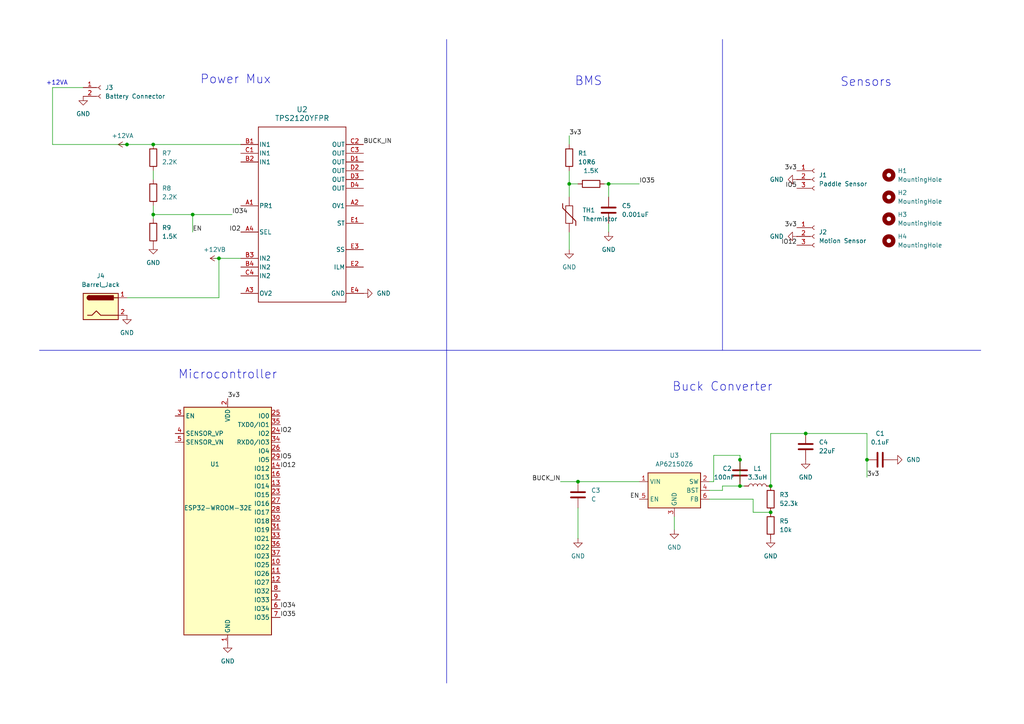
<source format=kicad_sch>
(kicad_sch (version 20250114) (generator "eeschema") (generator_version "9.0")
  (paper "A4")
  (lib_symbols
    (symbol "2025-09-26_00-52-33:TPS2120YFPR" (pin_names (offset 0.254))
      (property "Reference" "U" (at 0 2.54 0))
      (property "Value" "TPS2120YFPR" (at 0 0 0))
      (symbol "TPS2120YFPR_0_1"
        (polyline (pts (xy -12.7 25.4) (xy -12.7 -25.4)) (stroke (width 0.2032)))
        (polyline (pts (xy -12.7 -25.4) (xy 12.7 -25.4)) (stroke (width 0.2032)))
        (polyline (pts (xy 12.7 25.4) (xy -12.7 25.4)) (stroke (width 0.2032)))
        (polyline (pts (xy 12.7 -25.4) (xy 12.7 25.4)) (stroke (width 0.2032)))
        (pin power_in line (at -17.78 20.32 0) (length 5.08) (name "IN1") (number "B1"))
        (pin power_in line (at -17.78 17.78 0) (length 5.08) (name "IN1") (number "C1"))
        (pin power_in line (at -17.78 15.24 0) (length 5.08) (name "IN1") (number "B2"))
        (pin input line (at -17.78 2.54 0) (length 5.08) (name "PR1") (number "A1"))
        (pin input line (at -17.78 -5.08 0) (length 5.08) (name "SEL") (number "A4"))
        (pin power_in line (at -17.78 -12.7 0) (length 5.08) (name "IN2") (number "B3"))
        (pin power_in line (at -17.78 -15.24 0) (length 5.08) (name "IN2") (number "B4"))
        (pin power_in line (at -17.78 -17.78 0) (length 5.08) (name "IN2") (number "C4"))
        (pin input line (at -17.78 -22.86 0) (length 5.08) (name "OV2") (number "A3"))
        (pin power_in line (at 17.78 20.32 180) (length 5.08) (name "OUT") (number "C2"))
        (pin power_in line (at 17.78 17.78 180) (length 5.08) (name "OUT") (number "C3"))
        (pin power_in line (at 17.78 15.24 180) (length 5.08) (name "OUT") (number "D1"))
        (pin power_in line (at 17.78 12.7 180) (length 5.08) (name "OUT") (number "D2"))
        (pin power_in line (at 17.78 10.16 180) (length 5.08) (name "OUT") (number "D3"))
        (pin power_in line (at 17.78 7.62 180) (length 5.08) (name "OUT") (number "D4"))
        (pin input line (at 17.78 2.54 180) (length 5.08) (name "OV1") (number "A2"))
        (pin output line (at 17.78 -2.54 180) (length 5.08) (name "ST") (number "E1"))
        (pin bidirectional line (at 17.78 -10.16 180) (length 5.08) (name "SS") (number "E3"))
        (pin bidirectional line (at 17.78 -15.24 180) (length 5.08) (name "ILM") (number "E2"))
        (pin power_in line (at 17.78 -22.86 180) (length 5.08) (name "GND") (number "E4"))
      )
    )
    (symbol "Connector:Barrel_Jack" (pin_names (offset 1.016))
      (property "Reference" "J" (at 0 5.334 0))
      (property "Value" "Barrel_Jack" (at 0 -5.08 0))
      (symbol "Barrel_Jack_0_1"
        (rectangle (start -5.08 3.81) (end 5.08 -3.81) (stroke (width 0.254)) (fill (type background)))
        (polyline (pts (xy -3.81 -2.54) (xy -2.54 -2.54) (xy -1.27 -1.27) (xy 0 -2.54) (xy 2.54 -2.54) (xy 5.08 -2.54)) (stroke (width 0.254)))
        (arc (start -3.302 1.905) (mid -3.9343 2.54) (end -3.302 3.175) (stroke (width 0.254)))
        (arc (start -3.302 1.905) (mid -3.9343 2.54) (end -3.302 3.175) (stroke (width 0.254)) (fill (type outline)))
        (rectangle (start 3.683 3.175) (end -3.302 1.905) (stroke (width 0.254)) (fill (type outline)))
        (polyline (pts (xy 5.08 2.54) (xy 3.81 2.54)) (stroke (width 0.254)))
      )
      (symbol "Barrel_Jack_1_1"
        (pin passive line (at 7.62 2.54 180) (length 2.54) (name "~") (number "1"))
        (pin passive line (at 7.62 -2.54 180) (length 2.54) (name "~") (number "2"))
      )
    )
    (symbol "Connector:Conn_01x02_Socket" (pin_names (offset 1.016) (hide yes))
      (property "Reference" "J" (at 0 2.54 0))
      (property "Value" "Conn_01x02_Socket" (at 0 -5.08 0))
      (symbol "Conn_01x02_Socket_1_1"
        (polyline (pts (xy -1.27 0) (xy -0.508 0)) (stroke (width 0.1524)))
        (polyline (pts (xy -1.27 -2.54) (xy -0.508 -2.54)) (stroke (width 0.1524)))
        (arc (start 0 -0.508) (mid -0.5058 0) (end 0 0.508) (stroke (width 0.1524)))
        (arc (start 0 -3.048) (mid -0.5058 -2.54) (end 0 -2.032) (stroke (width 0.1524)))
        (pin passive line (at -5.08 0 0) (length 3.81) (name "Pin_1") (number "1"))
        (pin passive line (at -5.08 -2.54 0) (length 3.81) (name "Pin_2") (number "2"))
      )
    )
    (symbol "Connector:Conn_01x03_Socket" (pin_names (offset 1.016) (hide yes))
      (property "Reference" "J" (at 0 5.08 0))
      (property "Value" "Conn_01x03_Socket" (at 0 -5.08 0))
      (symbol "Conn_01x03_Socket_1_1"
        (polyline (pts (xy -1.27 2.54) (xy -0.508 2.54)) (stroke (width 0.1524)))
        (polyline (pts (xy -1.27 0) (xy -0.508 0)) (stroke (width 0.1524)))
        (polyline (pts (xy -1.27 -2.54) (xy -0.508 -2.54)) (stroke (width 0.1524)))
        (arc (start 0 2.032) (mid -0.5058 2.54) (end 0 3.048) (stroke (width 0.1524)))
        (arc (start 0 -0.508) (mid -0.5058 0) (end 0 0.508) (stroke (width 0.1524)))
        (arc (start 0 -3.048) (mid -0.5058 -2.54) (end 0 -2.032) (stroke (width 0.1524)))
        (pin passive line (at -5.08 2.54 0) (length 3.81) (name "Pin_1") (number "1"))
        (pin passive line (at -5.08 0 0) (length 3.81) (name "Pin_2") (number "2"))
        (pin passive line (at -5.08 -2.54 0) (length 3.81) (name "Pin_3") (number "3"))
      )
    )
    (symbol "Device:C" (pin_numbers (hide yes)) (pin_names (offset 0.254))
      (property "Reference" "C" (at 0.635 2.54 0))
      (property "Value" "C" (at 0.635 -2.54 0))
      (symbol "C_0_1"
        (polyline (pts (xy -2.032 0.762) (xy 2.032 0.762)) (stroke (width 0.508)))
        (polyline (pts (xy -2.032 -0.762) (xy 2.032 -0.762)) (stroke (width 0.508)))
      )
      (symbol "C_1_1"
        (pin passive line (at 0 3.81 270) (length 2.794) (name "~") (number "1"))
        (pin passive line (at 0 -3.81 90) (length 2.794) (name "~") (number "2"))
      )
    )
    (symbol "Device:L" (pin_numbers (hide yes)) (pin_names (offset 1.016) (hide yes))
      (property "Reference" "L" (at -1.27 0 90))
      (property "Value" "L" (at 1.905 0 90))
      (symbol "L_0_1"
        (arc (start 0 2.54) (mid 0.6323 1.905) (end 0 1.27))
        (arc (start 0 1.27) (mid 0.6323 0.635) (end 0 0))
        (arc (start 0 0) (mid 0.6323 -0.635) (end 0 -1.27))
        (arc (start 0 -1.27) (mid 0.6323 -1.905) (end 0 -2.54))
      )
      (symbol "L_1_1"
        (pin passive line (at 0 3.81 270) (length 1.27) (name "1") (number "1"))
        (pin passive line (at 0 -3.81 90) (length 1.27) (name "2") (number "2"))
      )
    )
    (symbol "Device:R" (pin_numbers (hide yes)) (pin_names (offset 0))
      (property "Reference" "R" (at 2.032 0 90))
      (property "Value" "R" (at 0 0 90))
      (symbol "R_0_1"
        (rectangle (start -1.016 -2.54) (end 1.016 2.54) (stroke (width 0.254)))
      )
      (symbol "R_1_1"
        (pin passive line (at 0 3.81 270) (length 1.27) (name "~") (number "1"))
        (pin passive line (at 0 -3.81 90) (length 1.27) (name "~") (number "2"))
      )
    )
    (symbol "Device:Thermistor" (pin_numbers (hide yes)) (pin_names (offset 0))
      (property "Reference" "TH" (at 2.54 1.27 90))
      (property "Value" "Thermistor" (at -2.54 0 90))
      (symbol "Thermistor_0_1"
        (polyline (pts (xy -1.905 3.175) (xy -1.905 1.905) (xy 1.905 -1.905) (xy 1.905 -3.175) (xy 1.905 -3.175)) (stroke (width 0.254)))
        (rectangle (start -1.016 2.54) (end 1.016 -2.54) (stroke (width 0.2032)))
      )
      (symbol "Thermistor_1_1"
        (pin passive line (at 0 5.08 270) (length 2.54) (name "~") (number "1"))
        (pin passive line (at 0 -5.08 90) (length 2.54) (name "~") (number "2"))
      )
    )
    (symbol "Mechanical:MountingHole" (pin_names (offset 1.016)) (in_bom no)
      (property "Reference" "H" (at 0 5.08 0))
      (property "Value" "MountingHole" (at 0 3.175 0))
      (symbol "MountingHole_0_1"
        (circle (center 0 0) (radius 1.27) (stroke (width 1.27)))
      )
    )
    (symbol "RF_Module:ESP32-WROOM-32E"
      (property "Reference" "U" (at -12.7 34.29 0))
      (property "Value" "ESP32-WROOM-32E" (at 1.27 34.29 0))
      (symbol "ESP32-WROOM-32E_0_1"
        (rectangle (start -12.7 33.02) (end 12.7 -33.02) (stroke (width 0.254)) (fill (type background)))
      )
      (symbol "ESP32-WROOM-32E_1_1"
        (pin input line (at -15.24 30.48 0) (length 2.54) (name "EN") (number "3"))
        (pin input line (at -15.24 25.4 0) (length 2.54) (name "SENSOR_VP") (number "4"))
        (pin input line (at -15.24 22.86 0) (length 2.54) (name "SENSOR_VN") (number "5"))
        (pin no_connect line (at -12.7 0 0) (length 2.54) (hide yes) (name "NC") (number "21"))
        (pin no_connect line (at -12.7 -2.54 0) (length 2.54) (hide yes) (name "NC") (number "22"))
        (pin no_connect line (at -12.7 -5.08 0) (length 2.54) (hide yes) (name "NC") (number "17"))
        (pin no_connect line (at -12.7 -7.62 0) (length 2.54) (hide yes) (name "NC") (number "18"))
        (pin no_connect line (at -12.7 -10.16 0) (length 2.54) (hide yes) (name "NC") (number "20"))
        (pin no_connect line (at -12.7 -12.7 0) (length 2.54) (hide yes) (name "NC") (number "19"))
        (pin no_connect line (at -12.7 -27.94 0) (length 2.54) (hide yes) (name "NC") (number "32"))
        (pin power_in line (at 0 35.56 270) (length 2.54) (name "VDD") (number "2"))
        (pin power_in line (at 0 -35.56 90) (length 2.54) (name "GND") (number "1"))
        (pin passive line (at 0 -35.56 90) (length 2.54) (hide yes) (name "GND") (number "15"))
        (pin passive line (at 0 -35.56 90) (length 2.54) (hide yes) (name "GND") (number "38"))
        (pin passive line (at 0 -35.56 90) (length 2.54) (hide yes) (name "GND") (number "39"))
        (pin bidirectional line (at 15.24 30.48 180) (length 2.54) (name "IO0") (number "25"))
        (pin bidirectional line (at 15.24 27.94 180) (length 2.54) (name "TXD0/IO1") (number "35"))
        (pin bidirectional line (at 15.24 25.4 180) (length 2.54) (name "IO2") (number "24"))
        (pin bidirectional line (at 15.24 22.86 180) (length 2.54) (name "RXD0/IO3") (number "34"))
        (pin bidirectional line (at 15.24 20.32 180) (length 2.54) (name "IO4") (number "26"))
        (pin bidirectional line (at 15.24 17.78 180) (length 2.54) (name "IO5") (number "29"))
        (pin bidirectional line (at 15.24 15.24 180) (length 2.54) (name "IO12") (number "14"))
        (pin bidirectional line (at 15.24 12.7 180) (length 2.54) (name "IO13") (number "16"))
        (pin bidirectional line (at 15.24 10.16 180) (length 2.54) (name "IO14") (number "13"))
        (pin bidirectional line (at 15.24 7.62 180) (length 2.54) (name "IO15") (number "23"))
        (pin bidirectional line (at 15.24 5.08 180) (length 2.54) (name "IO16") (number "27"))
        (pin bidirectional line (at 15.24 2.54 180) (length 2.54) (name "IO17") (number "28"))
        (pin bidirectional line (at 15.24 0 180) (length 2.54) (name "IO18") (number "30"))
        (pin bidirectional line (at 15.24 -2.54 180) (length 2.54) (name "IO19") (number "31"))
        (pin bidirectional line (at 15.24 -5.08 180) (length 2.54) (name "IO21") (number "33"))
        (pin bidirectional line (at 15.24 -7.62 180) (length 2.54) (name "IO22") (number "36"))
        (pin bidirectional line (at 15.24 -10.16 180) (length 2.54) (name "IO23") (number "37"))
        (pin bidirectional line (at 15.24 -12.7 180) (length 2.54) (name "IO25") (number "10"))
        (pin bidirectional line (at 15.24 -15.24 180) (length 2.54) (name "IO26") (number "11"))
        (pin bidirectional line (at 15.24 -17.78 180) (length 2.54) (name "IO27") (number "12"))
        (pin bidirectional line (at 15.24 -20.32 180) (length 2.54) (name "IO32") (number "8"))
        (pin bidirectional line (at 15.24 -22.86 180) (length 2.54) (name "IO33") (number "9"))
        (pin input line (at 15.24 -25.4 180) (length 2.54) (name "IO34") (number "6"))
        (pin input line (at 15.24 -27.94 180) (length 2.54) (name "IO35") (number "7"))
      )
    )
    (symbol "Regulator_Switching:AP62150Z6"
      (property "Reference" "U" (at -7.62 6.35 0))
      (property "Value" "AP62150Z6" (at 6.35 -6.35 0))
      (symbol "AP62150Z6_0_1"
        (rectangle (start -7.62 5.08) (end 7.62 -5.08) (stroke (width 0.254)) (fill (type background)))
      )
      (symbol "AP62150Z6_1_1"
        (pin power_in line (at -10.16 2.54 0) (length 2.54) (name "VIN") (number "1"))
        (pin input line (at -10.16 -2.54 0) (length 2.54) (name "EN") (number "5"))
        (pin power_in line (at 0 -7.62 90) (length 2.54) (name "GND") (number "3"))
        (pin output line (at 10.16 2.54 180) (length 2.54) (name "SW") (number "2"))
        (pin passive line (at 10.16 0 180) (length 2.54) (name "BST") (number "4"))
        (pin input line (at 10.16 -2.54 180) (length 2.54) (name "FB") (number "6"))
      )
    )
    (symbol "power:+12V" (power) (pin_numbers (hide yes)) (pin_names (offset 0) (hide yes))
      (property "Value" "+12V" (at 0 3.556 0))
      (symbol "+12V_0_1"
        (polyline (pts (xy -0.762 1.27) (xy 0 2.54)))
        (polyline (pts (xy 0 2.54) (xy 0.762 1.27)))
        (polyline (pts (xy 0 0) (xy 0 2.54)))
      )
      (symbol "+12V_1_1"
        (pin power_in line (at 0 0 90) (length 0) (name "~") (number "1"))
      )
    )
    (symbol "power:GND" (power) (pin_numbers (hide yes)) (pin_names (offset 0) (hide yes))
      (property "Value" "GND" (at 0 -3.81 0))
      (symbol "GND_0_1"
        (polyline (pts (xy 0 0) (xy 0 -1.27) (xy 1.27 -1.27) (xy 0 -2.54) (xy -1.27 -1.27) (xy 0 -1.27)))
      )
      (symbol "GND_1_1"
        (pin power_in line (at 0 0 270) (length 0) (name "~") (number "1"))
      )
    )
  )
  (rectangle (start 129.54 11.43) (end 129.54 101.6))
  (rectangle (start 129.54 101.6) (end 129.54 198.12))
  (rectangle (start 11.43 101.6) (end 284.48 101.6))
  (rectangle (start 209.55 11.43) (end 209.55 101.6))
  (text "+12VA\n" (at 16.51 24.13 0) (effects (font (size 1.27 1.27))))
  (text "BMS" (at 170.688 23.622 0) (effects (font (size 2.54 2.54))))
  (text "Power Mux" (at 68.326 23.114 0) (effects (font (size 2.54 2.54))))
  (text "Microcontroller" (at 66.04 108.712 0) (effects (font (size 2.54 2.54))))
  (text "Buck Converter" (at 209.55 112.268 0) (effects (font (size 2.54 2.54))))
  (text "Sensors" (at 251.206 23.876 0) (effects (font (size 2.54 2.54))))
  (junction (at 165.1 53.34))
  (junction (at 251.46 133.35))
  (junction (at 214.63 133.35))
  (junction (at 36.83 41.91))
  (junction (at 233.68 125.73))
  (junction (at 176.53 53.34))
  (junction (at 44.45 62.23))
  (junction (at 44.45 41.91))
  (junction (at 223.52 140.97))
  (junction (at 223.52 148.59))
  (junction (at 214.63 140.97))
  (junction (at 55.88 62.23))
  (junction (at 167.64 139.7))
  (junction (at 63.5 74.93))
  (wire (pts (xy 15.24 41.91) (xy 36.83 41.91)))
  (wire (pts (xy 62.23 74.93) (xy 63.5 74.93)))
  (wire (pts (xy 214.63 132.08) (xy 214.63 133.35)))
  (wire (pts (xy 55.88 62.23) (xy 67.31 62.23)))
  (wire (pts (xy 69.85 41.91) (xy 44.45 41.91)))
  (wire (pts (xy 36.83 86.36) (xy 63.5 86.36)))
  (wire (pts (xy 214.63 133.35) (xy 214.63 139.7)))
  (wire (pts (xy 233.68 125.73) (xy 251.46 125.73)))
  (wire (pts (xy 36.83 41.91) (xy 44.45 41.91)))
  (wire (pts (xy 251.46 133.35) (xy 251.46 138.43)))
  (wire (pts (xy 223.52 140.97) (xy 223.52 125.73)))
  (wire (pts (xy 176.53 53.34) (xy 176.53 57.15)))
  (wire (pts (xy 165.1 53.34) (xy 165.1 57.15)))
  (wire (pts (xy 251.46 125.73) (xy 251.46 133.35)))
  (wire (pts (xy 44.45 49.53) (xy 44.45 52.07)))
  (wire (pts (xy 63.5 74.93) (xy 69.85 74.93)))
  (wire (pts (xy 209.55 140.97) (xy 214.63 140.97)))
  (wire (pts (xy 24.13 25.4) (xy 15.24 25.4)))
  (wire (pts (xy 205.74 144.78) (xy 218.44 144.78)))
  (wire (pts (xy 205.74 142.24) (xy 209.55 142.24)))
  (wire (pts (xy 165.1 49.53) (xy 165.1 53.34)))
  (wire (pts (xy 167.64 139.7) (xy 185.42 139.7)))
  (wire (pts (xy 176.53 53.34) (xy 185.42 53.34)))
  (wire (pts (xy 162.56 139.7) (xy 167.64 139.7)))
  (wire (pts (xy 55.88 62.23) (xy 55.88 67.31)))
  (wire (pts (xy 223.52 125.73) (xy 233.68 125.73)))
  (wire (pts (xy 209.55 142.24) (xy 209.55 140.97)))
  (wire (pts (xy 195.58 149.86) (xy 195.58 153.67)))
  (wire (pts (xy 63.5 86.36) (xy 63.5 74.93)))
  (wire (pts (xy 175.26 53.34) (xy 176.53 53.34)))
  (wire (pts (xy 44.45 59.69) (xy 44.45 62.23)))
  (wire (pts (xy 165.1 39.37) (xy 165.1 41.91)))
  (wire (pts (xy 218.44 148.59) (xy 223.52 148.59)))
  (wire (pts (xy 167.64 147.32) (xy 167.64 156.21)))
  (wire (pts (xy 214.63 140.97) (xy 215.9 140.97)))
  (wire (pts (xy 176.53 64.77) (xy 176.53 67.31)))
  (wire (pts (xy 207.01 139.7) (xy 207.01 132.08)))
  (wire (pts (xy 165.1 53.34) (xy 167.64 53.34)))
  (wire (pts (xy 44.45 62.23) (xy 55.88 62.23)))
  (wire (pts (xy 165.1 67.31) (xy 165.1 72.39)))
  (wire (pts (xy 207.01 132.08) (xy 214.63 132.08)))
  (wire (pts (xy 15.24 25.4) (xy 15.24 41.91)))
  (wire (pts (xy 44.45 62.23) (xy 44.45 63.5)))
  (wire (pts (xy 218.44 144.78) (xy 218.44 148.59)))
  (wire (pts (xy 205.74 139.7) (xy 207.01 139.7)))
  (label "3v3" (at 66.04 115.57 0))
  (label "BUCK_IN" (at 162.56 139.7 180))
  (label "IO5" (at 81.28 133.35 0))
  (label "IO12" (at 81.28 135.89 0))
  (label "EN" (at 185.42 144.78 180))
  (label "3v3" (at 231.14 66.04 180))
  (label "BUCK_IN" (at 105.41 41.91 0))
  (label "3v3" (at 251.46 138.43 0))
  (label "IO12" (at 231.14 71.12 180))
  (label "IO35" (at 81.28 179.07 0))
  (label "IO5" (at 231.14 54.61 180))
  (label "IO2" (at 69.85 67.31 180))
  (label "IO2" (at 81.28 125.73 0))
  (label "EN" (at 55.88 67.31 0))
  (label "3v3" (at 165.1 39.37 0))
  (label "IO34" (at 81.28 176.53 0))
  (label "IO35" (at 185.42 53.34 0))
  (label "IO34" (at 67.31 62.23 0))
  (label "3v3" (at 231.14 49.53 180))
  (symbol (lib_id "power:GND") (at 165.1 72.39 0) (unit 1)
    (property "Reference" "#PWR010" (effects (hide yes)))
    (property "Value" "GND" (at 165.1 77.47 0))
    (property "Description" "Power symbol creates a global label with name \"GND\" , ground" (effects (hide yes)))
  )
  (symbol (lib_id "power:GND") (at 231.14 68.58 270) (unit 1)
    (property "Reference" "#PWR013" (effects (hide yes)))
    (property "Value" "GND" (at 227.33 68.5799 90) (effects (justify right)))
    (property "Description" "Power symbol creates a global label with name \"GND\" , ground" (effects (hide yes)))
  )
  (symbol (lib_id "Mechanical:MountingHole") (at 257.81 63.5 0) (unit 1) (in_bom no)
    (property "Reference" "H3" (at 260.35 62.2299 0) (effects (justify left)))
    (property "Value" "MountingHole" (at 260.35 64.7699 0) (effects (justify left)))
    (property "Footprint" "MountingHole:MountingHole_3.2mm_M3" (effects (hide yes)))
    (property "Description" "Mounting Hole without connection" (effects (hide yes)))
  )
  (symbol (lib_id "power:GND") (at 44.45 71.12 0) (unit 1)
    (property "Reference" "#PWR011" (effects (hide yes)))
    (property "Value" "GND" (at 44.45 76.2 0))
    (property "Description" "Power symbol creates a global label with name \"GND\" , ground" (effects (hide yes)))
  )
  (symbol (lib_id "power:GND") (at 105.41 85.09 90) (unit 1)
    (property "Reference" "#PWR07" (effects (hide yes)))
    (property "Value" "GND" (at 109.22 85.0899 90) (effects (justify right)))
    (property "Description" "Power symbol creates a global label with name \"GND\" , ground" (effects (hide yes)))
  )
  (symbol (lib_id "power:GND") (at 167.64 156.21 0) (unit 1)
    (property "Reference" "#PWR014" (effects (hide yes)))
    (property "Value" "GND" (at 167.64 161.29 0))
    (property "Description" "Power symbol creates a global label with name \"GND\" , ground" (effects (hide yes)))
  )
  (symbol (lib_id "power:GND") (at 66.04 186.69 0) (unit 1)
    (property "Reference" "#PWR06" (effects (hide yes)))
    (property "Value" "GND" (at 66.04 191.77 0))
    (property "Description" "Power symbol creates a global label with name \"GND\" , ground" (effects (hide yes)))
  )
  (symbol (lib_id "Connector:Conn_01x02_Socket") (at 29.21 25.4 0) (unit 1)
    (property "Reference" "J3" (at 30.48 25.3999 0) (effects (justify left)))
    (property "Value" "Battery Connector" (at 30.48 27.9399 0) (effects (justify left)))
    (property "Footprint" "Connector_PinSocket_2.00mm:PinSocket_1x02_P2.00mm_Vertical" (effects (hide yes)))
    (property "Description" "Generic connector, single row, 01x02, script generated" (effects (hide yes)))
  )
  (symbol (lib_id "Device:C") (at 176.53 60.96 0) (unit 1)
    (property "Reference" "C5" (at 180.34 59.6899 0) (effects (justify left)))
    (property "Value" "0.001uF" (at 180.34 62.2299 0) (effects (justify left)))
    (property "Footprint" "Capacitor_SMD:CP_Elec_8x5.4" (effects (hide yes)))
    (property "Description" "Unpolarized capacitor" (effects (hide yes)))
  )
  (symbol (lib_id "Device:L") (at 219.71 140.97 90) (unit 1)
    (property "Reference" "L1" (at 219.71 135.89 90))
    (property "Value" "3.3uH" (at 219.71 138.43 90))
    (property "Footprint" "Inductor_SMD:L_0805_2012Metric_Pad1.15x1.40mm_HandSolder" (effects (hide yes)))
    (property "Description" "Inductor" (effects (hide yes)))
  )
  (symbol (lib_id "power:GND") (at 24.13 27.94 0) (unit 1)
    (property "Reference" "#PWR015" (effects (hide yes)))
    (property "Value" "GND" (at 24.13 33.02 0))
    (property "Description" "Power symbol creates a global label with name \"GND\" , ground" (effects (hide yes)))
  )
  (symbol (lib_id "Mechanical:MountingHole") (at 257.81 50.8 0) (unit 1) (in_bom no)
    (property "Reference" "H1" (at 260.35 49.5299 0) (effects (justify left)))
    (property "Value" "MountingHole" (at 260.35 52.0699 0) (effects (justify left)))
    (property "Footprint" "MountingHole:MountingHole_3.2mm_M3" (effects (hide yes)))
    (property "Description" "Mounting Hole without connection" (effects (hide yes)))
  )
  (symbol (lib_id "Device:R") (at 171.45 53.34 90) (unit 1)
    (property "Reference" "R6" (at 171.45 46.99 90))
    (property "Value" "1.5K" (at 171.45 49.53 90))
    (property "Footprint" "Resistor_SMD:R_0508_1220Metric" (effects (hide yes)))
    (property "Description" "Resistor" (effects (hide yes)))
  )
  (symbol (lib_id "Connector:Conn_01x03_Socket") (at 236.22 52.07 0) (unit 1)
    (property "Reference" "J1" (at 237.49 50.7999 0) (effects (justify left)))
    (property "Value" "Paddle Sensor" (at 237.49 53.3399 0) (effects (justify left)))
    (property "Footprint" "Connector_Molex:Molex_KK-254_AE-6410-03A_1x03_P2.54mm_Vertical" (effects (hide yes)))
    (property "Description" "Generic connector, single row, 01x03, script generated" (effects (hide yes)))
  )
  (symbol (lib_id "Regulator_Switching:AP62150Z6") (at 195.58 142.24 0) (unit 1)
    (property "Reference" "U3" (at 195.58 132.08 0))
    (property "Value" "AP62150Z6" (at 195.58 134.62 0))
    (property "Footprint" "Package_TO_SOT_SMD:SOT-563" (effects (hide yes)))
    (property "Datasheet" "https://www.diodes.com/assets/Datasheets/AP62150.pdf" (effects (hide yes)))
    (property "Description" "1.5A, 1.3MHz Buck DC/DC Converter, adjustable output voltage, SOT-563" (effects (hide yes)))
  )
  (symbol (lib_id "Device:C") (at 214.63 137.16 0) (unit 1)
    (property "Reference" "C2" (at 209.55 135.89 0) (effects (justify left)))
    (property "Value" "100nF" (at 207.01 138.43 0) (effects (justify left)))
    (property "Footprint" "Capacitor_SMD:CP_Elec_8x5.4" (effects (hide yes)))
    (property "Description" "Unpolarized capacitor" (effects (hide yes)))
  )
  (symbol (lib_id "Mechanical:MountingHole") (at 257.81 57.15 0) (unit 1) (in_bom no)
    (property "Reference" "H2" (at 260.35 55.8799 0) (effects (justify left)))
    (property "Value" "MountingHole" (at 260.35 58.4199 0) (effects (justify left)))
    (property "Footprint" "MountingHole:MountingHole_3.2mm_M3" (effects (hide yes)))
    (property "Description" "Mounting Hole without connection" (effects (hide yes)))
  )
  (symbol (lib_id "Device:C") (at 233.68 129.54 0) (unit 1)
    (property "Reference" "C4" (at 237.49 128.2699 0) (effects (justify left)))
    (property "Value" "22uF" (at 237.49 130.8099 0) (effects (justify left)))
    (property "Footprint" "Capacitor_SMD:CP_Elec_8x5.4" (effects (hide yes)))
    (property "Description" "Unpolarized capacitor" (effects (hide yes)))
  )
  (symbol (lib_id "Device:R") (at 165.1 45.72 0) (unit 1)
    (property "Reference" "R1" (at 167.64 44.4499 0) (effects (justify left)))
    (property "Value" "10K" (at 167.64 46.9899 0) (effects (justify left)))
    (property "Footprint" "Resistor_SMD:R_0508_1220Metric" (effects (hide yes)))
    (property "Description" "Resistor" (effects (hide yes)))
  )
  (symbol (lib_id "Device:R") (at 223.52 152.4 0) (unit 1)
    (property "Reference" "R5" (at 226.06 151.1299 0) (effects (justify left)))
    (property "Value" "10k" (at 226.06 153.6699 0) (effects (justify left)))
    (property "Footprint" "Resistor_SMD:R_0508_1220Metric" (effects (hide yes)))
    (property "Description" "Resistor" (effects (hide yes)))
  )
  (symbol (lib_id "power:GND") (at 223.52 156.21 0) (unit 1)
    (property "Reference" "#PWR04" (effects (hide yes)))
    (property "Value" "GND" (at 223.52 161.29 0))
    (property "Description" "Power symbol creates a global label with name \"GND\" , ground" (effects (hide yes)))
  )
  (symbol (lib_id "Connector:Barrel_Jack") (at 29.21 88.9 0) (unit 1)
    (property "Reference" "J4" (at 29.21 80.01 0))
    (property "Value" "Barrel_Jack" (at 29.21 82.55 0))
    (property "Footprint" "Connector_BarrelJack:BarrelJack_CUI_PJ-036AH-SMT_Horizontal" (effects (hide yes)))
    (property "Description" "DC Barrel Jack" (effects (hide yes)))
  )
  (symbol (lib_id "power:+12V") (at 36.83 41.91 90) (unit 1)
    (property "Reference" "#PWR01" (effects (hide yes)))
    (property "Value" "+12VA" (at 35.56 39.37 90))
    (property "Description" "Power symbol creates a global label with name \"+12V\"" (effects (hide yes)))
  )
  (symbol (lib_id "Device:Thermistor") (at 165.1 62.23 0) (unit 1)
    (property "Reference" "TH1" (at 168.91 60.9599 0) (effects (justify left)))
    (property "Value" "Thermistor" (at 168.91 63.4999 0) (effects (justify left)))
    (property "Footprint" "Resistor_SMD:R_0508_1220Metric" (effects (hide yes)))
    (property "Description" "Temperature dependent resistor" (effects (hide yes)))
  )
  (symbol (lib_id "power:+12V") (at 63.5 74.93 90) (unit 1)
    (property "Reference" "#PWR03" (effects (hide yes)))
    (property "Value" "+12VB" (at 62.23 72.39 90))
    (property "Description" "Power symbol creates a global label with name \"+12V\"" (effects (hide yes)))
  )
  (symbol (lib_id "power:GND") (at 176.53 67.31 0) (unit 1)
    (property "Reference" "#PWR09" (effects (hide yes)))
    (property "Value" "GND" (at 176.53 72.39 0))
    (property "Description" "Power symbol creates a global label with name \"GND\" , ground" (effects (hide yes)))
  )
  (symbol (lib_id "Connector:Conn_01x03_Socket") (at 236.22 68.58 0) (unit 1)
    (property "Reference" "J2" (at 237.49 67.3099 0) (effects (justify left)))
    (property "Value" "Motion Sensor" (at 237.49 69.8499 0) (effects (justify left)))
    (property "Footprint" "Connector_Molex:Molex_KK-254_AE-6410-03A_1x03_P2.54mm_Vertical" (effects (hide yes)))
    (property "Description" "Generic connector, single row, 01x03, script generated" (effects (hide yes)))
  )
  (symbol (lib_id "Device:C") (at 255.27 133.35 90) (unit 1)
    (property "Reference" "C1" (at 255.27 125.73 90))
    (property "Value" "0.1uF" (at 255.27 128.27 90))
    (property "Footprint" "Capacitor_SMD:CP_Elec_8x5.4" (effects (hide yes)))
    (property "Description" "Unpolarized capacitor" (effects (hide yes)))
  )
  (symbol (lib_id "Device:R") (at 223.52 144.78 0) (unit 1)
    (property "Reference" "R3" (at 226.06 143.5099 0) (effects (justify left)))
    (property "Value" "52.3k" (at 226.06 146.0499 0) (effects (justify left)))
    (property "Footprint" "Resistor_SMD:R_0508_1220Metric" (effects (hide yes)))
    (property "Description" "Resistor" (effects (hide yes)))
  )
  (symbol (lib_id "RF_Module:ESP32-WROOM-32E") (at 66.04 151.13 0) (unit 1)
    (property "Reference" "U1" (at 60.96 134.62 0) (effects (justify left)))
    (property "Value" "ESP32-WROOM-32E" (at 53.34 147.32 0) (effects (justify left)))
    (property "Footprint" "RF_Module:ESP32-WROOM-32D" (effects (hide yes)))
    (property "Datasheet" "https://www.espressif.com/sites/default/files/documentation/esp32-wroom-32e_esp32-wroom-32ue_datasheet_en.pdf" (effects (hide yes)))
    (property "Description" "RF Module, ESP32-D0WD-V3 SoC, without PSRAM, Wi-Fi 802.11b/g/n, Bluetooth, BLE, 32-bit, 2.7-3.6V, onboard antenna, SMD" (effects (hide yes)))
  )
  (symbol (lib_id "Device:R") (at 44.45 67.31 0) (unit 1)
    (property "Reference" "R9" (at 46.99 66.0399 0) (effects (justify left)))
    (property "Value" "1.5K" (at 46.99 68.5799 0) (effects (justify left)))
    (property "Footprint" "Resistor_SMD:R_0508_1220Metric" (effects (hide yes)))
    (property "Description" "Resistor" (effects (hide yes)))
  )
  (symbol (lib_id "Device:R") (at 44.45 45.72 0) (unit 1)
    (property "Reference" "R7" (at 46.99 44.4499 0) (effects (justify left)))
    (property "Value" "2.2K" (at 46.99 46.9899 0) (effects (justify left)))
    (property "Footprint" "Resistor_SMD:R_0508_1220Metric" (effects (hide yes)))
    (property "Description" "Resistor" (effects (hide yes)))
  )
  (symbol (lib_id "power:GND") (at 195.58 153.67 0) (unit 1)
    (property "Reference" "#PWR02" (effects (hide yes)))
    (property "Value" "GND" (at 195.58 158.75 0))
    (property "Description" "Power symbol creates a global label with name \"GND\" , ground" (effects (hide yes)))
  )
  (symbol (lib_id "power:GND") (at 36.83 91.44 0) (unit 1)
    (property "Reference" "#PWR016" (effects (hide yes)))
    (property "Value" "GND" (at 36.83 96.52 0))
    (property "Description" "Power symbol creates a global label with name \"GND\" , ground" (effects (hide yes)))
  )
  (symbol (lib_id "power:GND") (at 259.08 133.35 90) (unit 1)
    (property "Reference" "#PWR08" (effects (hide yes)))
    (property "Value" "GND" (at 262.89 133.3499 90) (effects (justify right)))
    (property "Description" "Power symbol creates a global label with name \"GND\" , ground" (effects (hide yes)))
  )
  (symbol (lib_id "Device:C") (at 167.64 143.51 0) (unit 1)
    (property "Reference" "C3" (at 171.45 142.2399 0) (effects (justify left)))
    (property "Value" "C" (at 171.45 144.7799 0) (effects (justify left)))
    (property "Footprint" "Capacitor_SMD:CP_Elec_8x5.4" (effects (hide yes)))
    (property "Description" "Unpolarized capacitor" (effects (hide yes)))
  )
  (symbol (lib_id "2025-09-26_00-52-33:TPS2120YFPR") (at 87.63 62.23 0) (unit 1)
    (property "Reference" "U2" (at 87.63 31.75 0) (effects (font (size 1.524 1.524))))
    (property "Value" "TPS2120YFPR" (at 87.63 34.29 0) (effects (font (size 1.524 1.524))))
    (property "Footprint" "Library:YFP0020AAAA" (effects (hide yes)))
    (property "Datasheet" "https://www.ti.com/lit/gpn/tps2120" (effects (hide yes)))
  )
  (symbol (lib_id "Mechanical:MountingHole") (at 257.81 69.85 0) (unit 1) (in_bom no)
    (property "Reference" "H4" (at 260.35 68.5799 0) (effects (justify left)))
    (property "Value" "MountingHole" (at 260.35 71.1199 0) (effects (justify left)))
    (property "Footprint" "MountingHole:MountingHole_3.2mm_M3" (effects (hide yes)))
    (property "Description" "Mounting Hole without connection" (effects (hide yes)))
  )
  (symbol (lib_id "power:GND") (at 231.14 52.07 270) (unit 1)
    (property "Reference" "#PWR012" (effects (hide yes)))
    (property "Value" "GND" (at 227.33 52.0699 90) (effects (justify right)))
    (property "Description" "Power symbol creates a global label with name \"GND\" , ground" (effects (hide yes)))
  )
  (symbol (lib_id "power:GND") (at 233.68 133.35 0) (unit 1)
    (property "Reference" "#PWR05" (effects (hide yes)))
    (property "Value" "GND" (at 233.68 138.43 0))
    (property "Description" "Power symbol creates a global label with name \"GND\" , ground" (effects (hide yes)))
  )
  (symbol (lib_id "Device:R") (at 44.45 55.88 0) (unit 1)
    (property "Reference" "R8" (at 46.99 54.6099 0) (effects (justify left)))
    (property "Value" "2.2K" (at 46.99 57.1499 0) (effects (justify left)))
    (property "Footprint" "Resistor_SMD:R_0508_1220Metric" (effects (hide yes)))
    (property "Description" "Resistor" (effects (hide yes)))
  )
)
</source>
